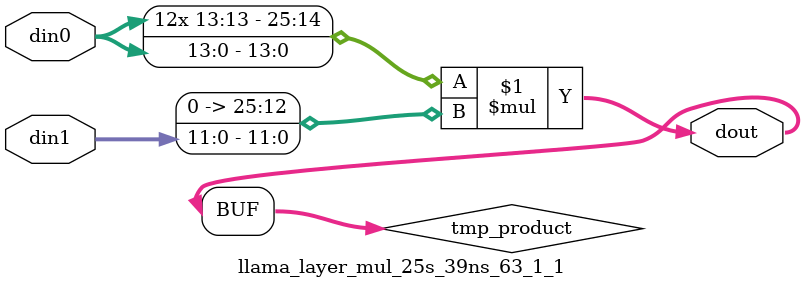
<source format=v>

`timescale 1 ns / 1 ps

 module llama_layer_mul_25s_39ns_63_1_1(din0, din1, dout);
parameter ID = 1;
parameter NUM_STAGE = 0;
parameter din0_WIDTH = 14;
parameter din1_WIDTH = 12;
parameter dout_WIDTH = 26;

input [din0_WIDTH - 1 : 0] din0; 
input [din1_WIDTH - 1 : 0] din1; 
output [dout_WIDTH - 1 : 0] dout;

wire signed [dout_WIDTH - 1 : 0] tmp_product;


























assign tmp_product = $signed(din0) * $signed({1'b0, din1});









assign dout = tmp_product;





















endmodule

</source>
